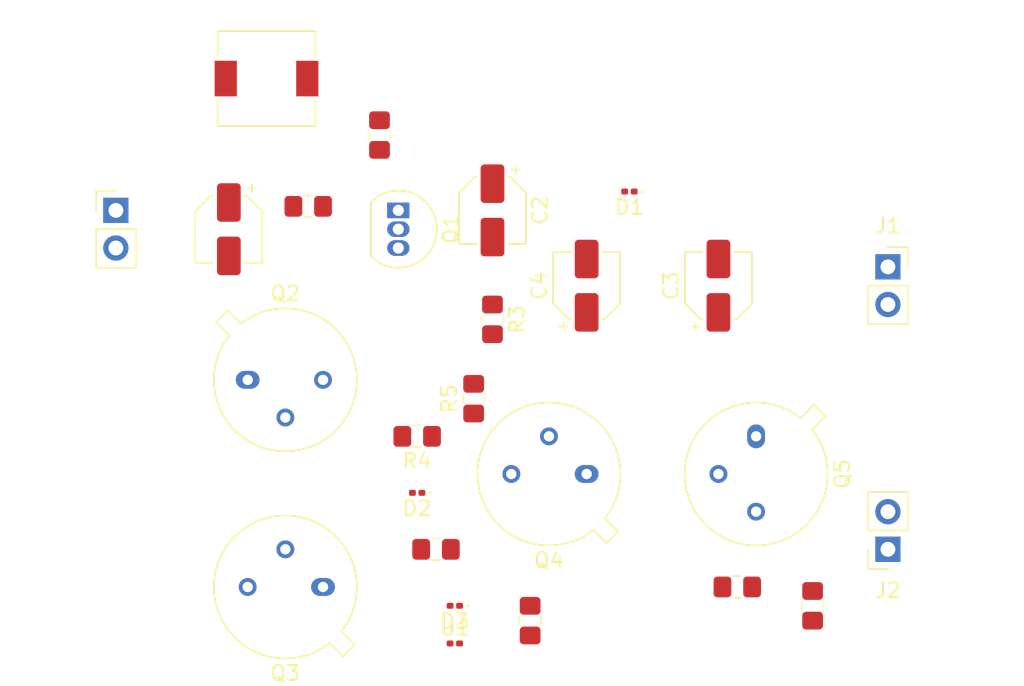
<source format=kicad_pcb>
(kicad_pcb (version 20171130) (host pcbnew 5.1.10-88a1d61d58~88~ubuntu20.04.1)

  (general
    (thickness 1.6)
    (drawings 0)
    (tracks 0)
    (zones 0)
    (modules 26)
    (nets 16)
  )

  (page A4)
  (layers
    (0 F.Cu signal)
    (1 In1.Cu power)
    (2 In2.Cu power)
    (31 B.Cu signal)
    (32 B.Adhes user)
    (33 F.Adhes user)
    (34 B.Paste user)
    (35 F.Paste user)
    (36 B.SilkS user)
    (37 F.SilkS user)
    (38 B.Mask user)
    (39 F.Mask user)
    (40 Dwgs.User user)
    (41 Cmts.User user)
    (42 Eco1.User user)
    (43 Eco2.User user)
    (44 Edge.Cuts user)
    (45 Margin user)
    (46 B.CrtYd user)
    (47 F.CrtYd user)
    (48 B.Fab user)
    (49 F.Fab user)
  )

  (setup
    (last_trace_width 0.25)
    (trace_clearance 0.2)
    (zone_clearance 0.508)
    (zone_45_only no)
    (trace_min 0.2)
    (via_size 0.8)
    (via_drill 0.4)
    (via_min_size 0.4)
    (via_min_drill 0.3)
    (uvia_size 0.3)
    (uvia_drill 0.1)
    (uvias_allowed no)
    (uvia_min_size 0.2)
    (uvia_min_drill 0.1)
    (edge_width 0.05)
    (segment_width 0.2)
    (pcb_text_width 0.3)
    (pcb_text_size 1.5 1.5)
    (mod_edge_width 0.12)
    (mod_text_size 1 1)
    (mod_text_width 0.15)
    (pad_size 1.524 1.524)
    (pad_drill 0.762)
    (pad_to_mask_clearance 0)
    (aux_axis_origin 0 0)
    (visible_elements FFFFFF7F)
    (pcbplotparams
      (layerselection 0x010fc_ffffffff)
      (usegerberextensions false)
      (usegerberattributes true)
      (usegerberadvancedattributes true)
      (creategerberjobfile true)
      (excludeedgelayer true)
      (linewidth 0.100000)
      (plotframeref false)
      (viasonmask false)
      (mode 1)
      (useauxorigin false)
      (hpglpennumber 1)
      (hpglpenspeed 20)
      (hpglpendiameter 15.000000)
      (psnegative false)
      (psa4output false)
      (plotreference true)
      (plotvalue true)
      (plotinvisibletext false)
      (padsonsilk false)
      (subtractmaskfromsilk false)
      (outputformat 1)
      (mirror false)
      (drillshape 1)
      (scaleselection 1)
      (outputdirectory ""))
  )

  (net 0 "")
  (net 1 "Net-(C2-Pad2)")
  (net 2 "Net-(C2-Pad1)")
  (net 3 "Net-(C3-Pad1)")
  (net 4 "Net-(D1-Pad2)")
  (net 5 "Net-(D2-Pad2)")
  (net 6 "Net-(D3-Pad2)")
  (net 7 "Net-(Q1-Pad3)")
  (net 8 "Net-(Q1-Pad1)")
  (net 9 "Net-(Q3-Pad1)")
  (net 10 "Net-(Q4-Pad1)")
  (net 11 "Net-(Q4-Pad2)")
  (net 12 "Net-(R8-Pad1)")
  (net 13 "Net-(J2-Pad2)")
  (net 14 "Net-(C1-Pad1)")
  (net 15 GND)

  (net_class Default "This is the default net class."
    (clearance 0.2)
    (trace_width 0.25)
    (via_dia 0.8)
    (via_drill 0.4)
    (uvia_dia 0.3)
    (uvia_drill 0.1)
    (add_net GND)
    (add_net "Net-(C1-Pad1)")
    (add_net "Net-(C2-Pad1)")
    (add_net "Net-(C2-Pad2)")
    (add_net "Net-(C3-Pad1)")
    (add_net "Net-(D1-Pad2)")
    (add_net "Net-(D2-Pad2)")
    (add_net "Net-(D3-Pad2)")
    (add_net "Net-(J2-Pad2)")
    (add_net "Net-(Q1-Pad1)")
    (add_net "Net-(Q1-Pad3)")
    (add_net "Net-(Q3-Pad1)")
    (add_net "Net-(Q4-Pad1)")
    (add_net "Net-(Q4-Pad2)")
    (add_net "Net-(R8-Pad1)")
  )

  (module Capacitor_SMD:CP_Elec_4x3 (layer F.Cu) (tedit 5BCA39CF) (tstamp 60B9A3AB)
    (at 139.7 90.17 270)
    (descr "SMD capacitor, aluminum electrolytic, Nichicon, 4.0x3mm")
    (tags "capacitor electrolytic")
    (path /60B44B8D)
    (attr smd)
    (fp_text reference C1 (at 0 -3.2 90) (layer F.Fab)
      (effects (font (size 1 1) (thickness 0.15)))
    )
    (fp_text value 10p (at 0 3.2 90) (layer F.Fab)
      (effects (font (size 1 1) (thickness 0.15)))
    )
    (fp_text user %R (at 0 0 90) (layer F.Fab)
      (effects (font (size 0.8 0.8) (thickness 0.12)))
    )
    (fp_circle (center 0 0) (end 2 0) (layer F.Fab) (width 0.1))
    (fp_line (start 2.15 -2.15) (end 2.15 2.15) (layer F.Fab) (width 0.1))
    (fp_line (start -1.15 -2.15) (end 2.15 -2.15) (layer F.Fab) (width 0.1))
    (fp_line (start -1.15 2.15) (end 2.15 2.15) (layer F.Fab) (width 0.1))
    (fp_line (start -2.15 -1.15) (end -2.15 1.15) (layer F.Fab) (width 0.1))
    (fp_line (start -2.15 -1.15) (end -1.15 -2.15) (layer F.Fab) (width 0.1))
    (fp_line (start -2.15 1.15) (end -1.15 2.15) (layer F.Fab) (width 0.1))
    (fp_line (start -1.574773 -1) (end -1.174773 -1) (layer F.Fab) (width 0.1))
    (fp_line (start -1.374773 -1.2) (end -1.374773 -0.8) (layer F.Fab) (width 0.1))
    (fp_line (start 2.26 2.26) (end 2.26 1.06) (layer F.SilkS) (width 0.12))
    (fp_line (start 2.26 -2.26) (end 2.26 -1.06) (layer F.SilkS) (width 0.12))
    (fp_line (start -1.195563 -2.26) (end 2.26 -2.26) (layer F.SilkS) (width 0.12))
    (fp_line (start -1.195563 2.26) (end 2.26 2.26) (layer F.SilkS) (width 0.12))
    (fp_line (start -2.26 1.195563) (end -2.26 1.06) (layer F.SilkS) (width 0.12))
    (fp_line (start -2.26 -1.195563) (end -2.26 -1.06) (layer F.SilkS) (width 0.12))
    (fp_line (start -2.26 -1.195563) (end -1.195563 -2.26) (layer F.SilkS) (width 0.12))
    (fp_line (start -2.26 1.195563) (end -1.195563 2.26) (layer F.SilkS) (width 0.12))
    (fp_line (start -3 -1.56) (end -2.5 -1.56) (layer F.SilkS) (width 0.12))
    (fp_line (start -2.75 -1.81) (end -2.75 -1.31) (layer F.SilkS) (width 0.12))
    (fp_line (start 2.4 -2.4) (end 2.4 -1.05) (layer F.CrtYd) (width 0.05))
    (fp_line (start 2.4 -1.05) (end 3.35 -1.05) (layer F.CrtYd) (width 0.05))
    (fp_line (start 3.35 -1.05) (end 3.35 1.05) (layer F.CrtYd) (width 0.05))
    (fp_line (start 3.35 1.05) (end 2.4 1.05) (layer F.CrtYd) (width 0.05))
    (fp_line (start 2.4 1.05) (end 2.4 2.4) (layer F.CrtYd) (width 0.05))
    (fp_line (start -1.25 2.4) (end 2.4 2.4) (layer F.CrtYd) (width 0.05))
    (fp_line (start -1.25 -2.4) (end 2.4 -2.4) (layer F.CrtYd) (width 0.05))
    (fp_line (start -2.4 1.25) (end -1.25 2.4) (layer F.CrtYd) (width 0.05))
    (fp_line (start -2.4 -1.25) (end -1.25 -2.4) (layer F.CrtYd) (width 0.05))
    (fp_line (start -2.4 -1.25) (end -2.4 -1.05) (layer F.CrtYd) (width 0.05))
    (fp_line (start -2.4 1.05) (end -2.4 1.25) (layer F.CrtYd) (width 0.05))
    (fp_line (start -2.4 -1.05) (end -3.35 -1.05) (layer F.CrtYd) (width 0.05))
    (fp_line (start -3.35 -1.05) (end -3.35 1.05) (layer F.CrtYd) (width 0.05))
    (fp_line (start -3.35 1.05) (end -2.4 1.05) (layer F.CrtYd) (width 0.05))
    (pad 2 smd roundrect (at 1.8 0 270) (size 2.6 1.6) (layers F.Cu F.Paste F.Mask) (roundrect_rratio 0.15625)
      (net 15 GND))
    (pad 1 smd roundrect (at -1.8 0 270) (size 2.6 1.6) (layers F.Cu F.Paste F.Mask) (roundrect_rratio 0.15625)
      (net 14 "Net-(C1-Pad1)"))
    (model ${KISYS3DMOD}/Capacitor_SMD.3dshapes/CP_Elec_4x3.wrl
      (at (xyz 0 0 0))
      (scale (xyz 1 1 1))
      (rotate (xyz 0 0 0))
    )
  )

  (module Capacitor_SMD:CP_Elec_4x3 (layer F.Cu) (tedit 5BCA39CF) (tstamp 60B9A3D3)
    (at 157.48 88.9 270)
    (descr "SMD capacitor, aluminum electrolytic, Nichicon, 4.0x3mm")
    (tags "capacitor electrolytic")
    (path /60B4893E)
    (attr smd)
    (fp_text reference C2 (at 0 -3.2 90) (layer F.SilkS)
      (effects (font (size 1 1) (thickness 0.15)))
    )
    (fp_text value 0.1u (at 0 3.2 90) (layer F.Fab)
      (effects (font (size 1 1) (thickness 0.15)))
    )
    (fp_line (start -3.35 1.05) (end -2.4 1.05) (layer F.CrtYd) (width 0.05))
    (fp_line (start -3.35 -1.05) (end -3.35 1.05) (layer F.CrtYd) (width 0.05))
    (fp_line (start -2.4 -1.05) (end -3.35 -1.05) (layer F.CrtYd) (width 0.05))
    (fp_line (start -2.4 1.05) (end -2.4 1.25) (layer F.CrtYd) (width 0.05))
    (fp_line (start -2.4 -1.25) (end -2.4 -1.05) (layer F.CrtYd) (width 0.05))
    (fp_line (start -2.4 -1.25) (end -1.25 -2.4) (layer F.CrtYd) (width 0.05))
    (fp_line (start -2.4 1.25) (end -1.25 2.4) (layer F.CrtYd) (width 0.05))
    (fp_line (start -1.25 -2.4) (end 2.4 -2.4) (layer F.CrtYd) (width 0.05))
    (fp_line (start -1.25 2.4) (end 2.4 2.4) (layer F.CrtYd) (width 0.05))
    (fp_line (start 2.4 1.05) (end 2.4 2.4) (layer F.CrtYd) (width 0.05))
    (fp_line (start 3.35 1.05) (end 2.4 1.05) (layer F.CrtYd) (width 0.05))
    (fp_line (start 3.35 -1.05) (end 3.35 1.05) (layer F.CrtYd) (width 0.05))
    (fp_line (start 2.4 -1.05) (end 3.35 -1.05) (layer F.CrtYd) (width 0.05))
    (fp_line (start 2.4 -2.4) (end 2.4 -1.05) (layer F.CrtYd) (width 0.05))
    (fp_line (start -2.75 -1.81) (end -2.75 -1.31) (layer F.SilkS) (width 0.12))
    (fp_line (start -3 -1.56) (end -2.5 -1.56) (layer F.SilkS) (width 0.12))
    (fp_line (start -2.26 1.195563) (end -1.195563 2.26) (layer F.SilkS) (width 0.12))
    (fp_line (start -2.26 -1.195563) (end -1.195563 -2.26) (layer F.SilkS) (width 0.12))
    (fp_line (start -2.26 -1.195563) (end -2.26 -1.06) (layer F.SilkS) (width 0.12))
    (fp_line (start -2.26 1.195563) (end -2.26 1.06) (layer F.SilkS) (width 0.12))
    (fp_line (start -1.195563 2.26) (end 2.26 2.26) (layer F.SilkS) (width 0.12))
    (fp_line (start -1.195563 -2.26) (end 2.26 -2.26) (layer F.SilkS) (width 0.12))
    (fp_line (start 2.26 -2.26) (end 2.26 -1.06) (layer F.SilkS) (width 0.12))
    (fp_line (start 2.26 2.26) (end 2.26 1.06) (layer F.SilkS) (width 0.12))
    (fp_line (start -1.374773 -1.2) (end -1.374773 -0.8) (layer F.Fab) (width 0.1))
    (fp_line (start -1.574773 -1) (end -1.174773 -1) (layer F.Fab) (width 0.1))
    (fp_line (start -2.15 1.15) (end -1.15 2.15) (layer F.Fab) (width 0.1))
    (fp_line (start -2.15 -1.15) (end -1.15 -2.15) (layer F.Fab) (width 0.1))
    (fp_line (start -2.15 -1.15) (end -2.15 1.15) (layer F.Fab) (width 0.1))
    (fp_line (start -1.15 2.15) (end 2.15 2.15) (layer F.Fab) (width 0.1))
    (fp_line (start -1.15 -2.15) (end 2.15 -2.15) (layer F.Fab) (width 0.1))
    (fp_line (start 2.15 -2.15) (end 2.15 2.15) (layer F.Fab) (width 0.1))
    (fp_circle (center 0 0) (end 2 0) (layer F.Fab) (width 0.1))
    (fp_text user %R (at 0 0 90) (layer F.Fab)
      (effects (font (size 0.8 0.8) (thickness 0.12)))
    )
    (pad 1 smd roundrect (at -1.8 0 270) (size 2.6 1.6) (layers F.Cu F.Paste F.Mask) (roundrect_rratio 0.15625)
      (net 2 "Net-(C2-Pad1)"))
    (pad 2 smd roundrect (at 1.8 0 270) (size 2.6 1.6) (layers F.Cu F.Paste F.Mask) (roundrect_rratio 0.15625)
      (net 1 "Net-(C2-Pad2)"))
    (model ${KISYS3DMOD}/Capacitor_SMD.3dshapes/CP_Elec_4x3.wrl
      (at (xyz 0 0 0))
      (scale (xyz 1 1 1))
      (rotate (xyz 0 0 0))
    )
  )

  (module Capacitor_SMD:CP_Elec_4x3 (layer F.Cu) (tedit 5BCA39CF) (tstamp 60B9A3FB)
    (at 172.72 93.98 90)
    (descr "SMD capacitor, aluminum electrolytic, Nichicon, 4.0x3mm")
    (tags "capacitor electrolytic")
    (path /60B5821A)
    (attr smd)
    (fp_text reference C3 (at 0 -3.2 90) (layer F.SilkS)
      (effects (font (size 1 1) (thickness 0.15)))
    )
    (fp_text value 10u (at 0 3.2 90) (layer F.Fab)
      (effects (font (size 1 1) (thickness 0.15)))
    )
    (fp_text user %R (at 0 0 90) (layer F.Fab)
      (effects (font (size 0.8 0.8) (thickness 0.12)))
    )
    (fp_circle (center 0 0) (end 2 0) (layer F.Fab) (width 0.1))
    (fp_line (start 2.15 -2.15) (end 2.15 2.15) (layer F.Fab) (width 0.1))
    (fp_line (start -1.15 -2.15) (end 2.15 -2.15) (layer F.Fab) (width 0.1))
    (fp_line (start -1.15 2.15) (end 2.15 2.15) (layer F.Fab) (width 0.1))
    (fp_line (start -2.15 -1.15) (end -2.15 1.15) (layer F.Fab) (width 0.1))
    (fp_line (start -2.15 -1.15) (end -1.15 -2.15) (layer F.Fab) (width 0.1))
    (fp_line (start -2.15 1.15) (end -1.15 2.15) (layer F.Fab) (width 0.1))
    (fp_line (start -1.574773 -1) (end -1.174773 -1) (layer F.Fab) (width 0.1))
    (fp_line (start -1.374773 -1.2) (end -1.374773 -0.8) (layer F.Fab) (width 0.1))
    (fp_line (start 2.26 2.26) (end 2.26 1.06) (layer F.SilkS) (width 0.12))
    (fp_line (start 2.26 -2.26) (end 2.26 -1.06) (layer F.SilkS) (width 0.12))
    (fp_line (start -1.195563 -2.26) (end 2.26 -2.26) (layer F.SilkS) (width 0.12))
    (fp_line (start -1.195563 2.26) (end 2.26 2.26) (layer F.SilkS) (width 0.12))
    (fp_line (start -2.26 1.195563) (end -2.26 1.06) (layer F.SilkS) (width 0.12))
    (fp_line (start -2.26 -1.195563) (end -2.26 -1.06) (layer F.SilkS) (width 0.12))
    (fp_line (start -2.26 -1.195563) (end -1.195563 -2.26) (layer F.SilkS) (width 0.12))
    (fp_line (start -2.26 1.195563) (end -1.195563 2.26) (layer F.SilkS) (width 0.12))
    (fp_line (start -3 -1.56) (end -2.5 -1.56) (layer F.SilkS) (width 0.12))
    (fp_line (start -2.75 -1.81) (end -2.75 -1.31) (layer F.SilkS) (width 0.12))
    (fp_line (start 2.4 -2.4) (end 2.4 -1.05) (layer F.CrtYd) (width 0.05))
    (fp_line (start 2.4 -1.05) (end 3.35 -1.05) (layer F.CrtYd) (width 0.05))
    (fp_line (start 3.35 -1.05) (end 3.35 1.05) (layer F.CrtYd) (width 0.05))
    (fp_line (start 3.35 1.05) (end 2.4 1.05) (layer F.CrtYd) (width 0.05))
    (fp_line (start 2.4 1.05) (end 2.4 2.4) (layer F.CrtYd) (width 0.05))
    (fp_line (start -1.25 2.4) (end 2.4 2.4) (layer F.CrtYd) (width 0.05))
    (fp_line (start -1.25 -2.4) (end 2.4 -2.4) (layer F.CrtYd) (width 0.05))
    (fp_line (start -2.4 1.25) (end -1.25 2.4) (layer F.CrtYd) (width 0.05))
    (fp_line (start -2.4 -1.25) (end -1.25 -2.4) (layer F.CrtYd) (width 0.05))
    (fp_line (start -2.4 -1.25) (end -2.4 -1.05) (layer F.CrtYd) (width 0.05))
    (fp_line (start -2.4 1.05) (end -2.4 1.25) (layer F.CrtYd) (width 0.05))
    (fp_line (start -2.4 -1.05) (end -3.35 -1.05) (layer F.CrtYd) (width 0.05))
    (fp_line (start -3.35 -1.05) (end -3.35 1.05) (layer F.CrtYd) (width 0.05))
    (fp_line (start -3.35 1.05) (end -2.4 1.05) (layer F.CrtYd) (width 0.05))
    (pad 2 smd roundrect (at 1.8 0 90) (size 2.6 1.6) (layers F.Cu F.Paste F.Mask) (roundrect_rratio 0.15625)
      (net 15 GND))
    (pad 1 smd roundrect (at -1.8 0 90) (size 2.6 1.6) (layers F.Cu F.Paste F.Mask) (roundrect_rratio 0.15625)
      (net 3 "Net-(C3-Pad1)"))
    (model ${KISYS3DMOD}/Capacitor_SMD.3dshapes/CP_Elec_4x3.wrl
      (at (xyz 0 0 0))
      (scale (xyz 1 1 1))
      (rotate (xyz 0 0 0))
    )
  )

  (module Capacitor_SMD:CP_Elec_4x3 (layer F.Cu) (tedit 5BCA39CF) (tstamp 60B9A423)
    (at 163.83 93.98 90)
    (descr "SMD capacitor, aluminum electrolytic, Nichicon, 4.0x3mm")
    (tags "capacitor electrolytic")
    (path /60B61EBC)
    (attr smd)
    (fp_text reference C4 (at 0 -3.2 90) (layer F.SilkS)
      (effects (font (size 1 1) (thickness 0.15)))
    )
    (fp_text value 100u (at 0 3.2 90) (layer F.Fab)
      (effects (font (size 1 1) (thickness 0.15)))
    )
    (fp_line (start -3.35 1.05) (end -2.4 1.05) (layer F.CrtYd) (width 0.05))
    (fp_line (start -3.35 -1.05) (end -3.35 1.05) (layer F.CrtYd) (width 0.05))
    (fp_line (start -2.4 -1.05) (end -3.35 -1.05) (layer F.CrtYd) (width 0.05))
    (fp_line (start -2.4 1.05) (end -2.4 1.25) (layer F.CrtYd) (width 0.05))
    (fp_line (start -2.4 -1.25) (end -2.4 -1.05) (layer F.CrtYd) (width 0.05))
    (fp_line (start -2.4 -1.25) (end -1.25 -2.4) (layer F.CrtYd) (width 0.05))
    (fp_line (start -2.4 1.25) (end -1.25 2.4) (layer F.CrtYd) (width 0.05))
    (fp_line (start -1.25 -2.4) (end 2.4 -2.4) (layer F.CrtYd) (width 0.05))
    (fp_line (start -1.25 2.4) (end 2.4 2.4) (layer F.CrtYd) (width 0.05))
    (fp_line (start 2.4 1.05) (end 2.4 2.4) (layer F.CrtYd) (width 0.05))
    (fp_line (start 3.35 1.05) (end 2.4 1.05) (layer F.CrtYd) (width 0.05))
    (fp_line (start 3.35 -1.05) (end 3.35 1.05) (layer F.CrtYd) (width 0.05))
    (fp_line (start 2.4 -1.05) (end 3.35 -1.05) (layer F.CrtYd) (width 0.05))
    (fp_line (start 2.4 -2.4) (end 2.4 -1.05) (layer F.CrtYd) (width 0.05))
    (fp_line (start -2.75 -1.81) (end -2.75 -1.31) (layer F.SilkS) (width 0.12))
    (fp_line (start -3 -1.56) (end -2.5 -1.56) (layer F.SilkS) (width 0.12))
    (fp_line (start -2.26 1.195563) (end -1.195563 2.26) (layer F.SilkS) (width 0.12))
    (fp_line (start -2.26 -1.195563) (end -1.195563 -2.26) (layer F.SilkS) (width 0.12))
    (fp_line (start -2.26 -1.195563) (end -2.26 -1.06) (layer F.SilkS) (width 0.12))
    (fp_line (start -2.26 1.195563) (end -2.26 1.06) (layer F.SilkS) (width 0.12))
    (fp_line (start -1.195563 2.26) (end 2.26 2.26) (layer F.SilkS) (width 0.12))
    (fp_line (start -1.195563 -2.26) (end 2.26 -2.26) (layer F.SilkS) (width 0.12))
    (fp_line (start 2.26 -2.26) (end 2.26 -1.06) (layer F.SilkS) (width 0.12))
    (fp_line (start 2.26 2.26) (end 2.26 1.06) (layer F.SilkS) (width 0.12))
    (fp_line (start -1.374773 -1.2) (end -1.374773 -0.8) (layer F.Fab) (width 0.1))
    (fp_line (start -1.574773 -1) (end -1.174773 -1) (layer F.Fab) (width 0.1))
    (fp_line (start -2.15 1.15) (end -1.15 2.15) (layer F.Fab) (width 0.1))
    (fp_line (start -2.15 -1.15) (end -1.15 -2.15) (layer F.Fab) (width 0.1))
    (fp_line (start -2.15 -1.15) (end -2.15 1.15) (layer F.Fab) (width 0.1))
    (fp_line (start -1.15 2.15) (end 2.15 2.15) (layer F.Fab) (width 0.1))
    (fp_line (start -1.15 -2.15) (end 2.15 -2.15) (layer F.Fab) (width 0.1))
    (fp_line (start 2.15 -2.15) (end 2.15 2.15) (layer F.Fab) (width 0.1))
    (fp_circle (center 0 0) (end 2 0) (layer F.Fab) (width 0.1))
    (fp_text user %R (at 0 0 90) (layer F.Fab)
      (effects (font (size 0.8 0.8) (thickness 0.12)))
    )
    (pad 1 smd roundrect (at -1.8 0 90) (size 2.6 1.6) (layers F.Cu F.Paste F.Mask) (roundrect_rratio 0.15625)
      (net 3 "Net-(C3-Pad1)"))
    (pad 2 smd roundrect (at 1.8 0 90) (size 2.6 1.6) (layers F.Cu F.Paste F.Mask) (roundrect_rratio 0.15625)
      (net 15 GND))
    (model ${KISYS3DMOD}/Capacitor_SMD.3dshapes/CP_Elec_4x3.wrl
      (at (xyz 0 0 0))
      (scale (xyz 1 1 1))
      (rotate (xyz 0 0 0))
    )
  )

  (module Diode_SMD:D_0201_0603Metric (layer F.Cu) (tedit 5F68FEF0) (tstamp 60B9A437)
    (at 166.715 87.63 180)
    (descr "Diode SMD 0201 (0603 Metric), square (rectangular) end terminal, IPC_7351 nominal, (Body size source: https://www.vishay.com/docs/20052/crcw0201e3.pdf), generated with kicad-footprint-generator")
    (tags diode)
    (path /60B517B4)
    (attr smd)
    (fp_text reference D1 (at 0 -1.05) (layer F.SilkS)
      (effects (font (size 1 1) (thickness 0.15)))
    )
    (fp_text value 1N5817 (at 0 1.05) (layer F.Fab)
      (effects (font (size 1 1) (thickness 0.15)))
    )
    (fp_line (start 0.7 0.35) (end -0.7 0.35) (layer F.CrtYd) (width 0.05))
    (fp_line (start 0.7 -0.35) (end 0.7 0.35) (layer F.CrtYd) (width 0.05))
    (fp_line (start -0.7 -0.35) (end 0.7 -0.35) (layer F.CrtYd) (width 0.05))
    (fp_line (start -0.7 0.35) (end -0.7 -0.35) (layer F.CrtYd) (width 0.05))
    (fp_line (start -0.1 0.15) (end -0.1 -0.15) (layer F.Fab) (width 0.1))
    (fp_line (start -0.2 0.15) (end -0.2 -0.15) (layer F.Fab) (width 0.1))
    (fp_line (start 0.3 0.15) (end -0.3 0.15) (layer F.Fab) (width 0.1))
    (fp_line (start 0.3 -0.15) (end 0.3 0.15) (layer F.Fab) (width 0.1))
    (fp_line (start -0.3 -0.15) (end 0.3 -0.15) (layer F.Fab) (width 0.1))
    (fp_line (start -0.3 0.15) (end -0.3 -0.15) (layer F.Fab) (width 0.1))
    (fp_circle (center -0.86 0) (end -0.81 0) (layer F.SilkS) (width 0.1))
    (fp_text user %R (at 0 -0.68) (layer F.Fab)
      (effects (font (size 0.25 0.25) (thickness 0.04)))
    )
    (pad "" smd roundrect (at -0.345 0 180) (size 0.318 0.36) (layers F.Paste) (roundrect_rratio 0.25))
    (pad "" smd roundrect (at 0.345 0 180) (size 0.318 0.36) (layers F.Paste) (roundrect_rratio 0.25))
    (pad 1 smd roundrect (at -0.32 0 180) (size 0.46 0.4) (layers F.Cu F.Mask) (roundrect_rratio 0.25)
      (net 3 "Net-(C3-Pad1)"))
    (pad 2 smd roundrect (at 0.32 0 180) (size 0.46 0.4) (layers F.Cu F.Mask) (roundrect_rratio 0.25)
      (net 4 "Net-(D1-Pad2)"))
    (model ${KISYS3DMOD}/Diode_SMD.3dshapes/D_0201_0603Metric.wrl
      (at (xyz 0 0 0))
      (scale (xyz 1 1 1))
      (rotate (xyz 0 0 0))
    )
  )

  (module Diode_SMD:D_0201_0603Metric (layer F.Cu) (tedit 5F68FEF0) (tstamp 60B9A44B)
    (at 152.4 107.95 180)
    (descr "Diode SMD 0201 (0603 Metric), square (rectangular) end terminal, IPC_7351 nominal, (Body size source: https://www.vishay.com/docs/20052/crcw0201e3.pdf), generated with kicad-footprint-generator")
    (tags diode)
    (path /60B556C1)
    (attr smd)
    (fp_text reference D2 (at 0 -1.05) (layer F.SilkS)
      (effects (font (size 1 1) (thickness 0.15)))
    )
    (fp_text value 1N5817 (at 0 1.05) (layer F.Fab)
      (effects (font (size 1 1) (thickness 0.15)))
    )
    (fp_text user %R (at 0 -0.68) (layer F.Fab)
      (effects (font (size 0.25 0.25) (thickness 0.04)))
    )
    (fp_circle (center -0.86 0) (end -0.81 0) (layer F.SilkS) (width 0.1))
    (fp_line (start -0.3 0.15) (end -0.3 -0.15) (layer F.Fab) (width 0.1))
    (fp_line (start -0.3 -0.15) (end 0.3 -0.15) (layer F.Fab) (width 0.1))
    (fp_line (start 0.3 -0.15) (end 0.3 0.15) (layer F.Fab) (width 0.1))
    (fp_line (start 0.3 0.15) (end -0.3 0.15) (layer F.Fab) (width 0.1))
    (fp_line (start -0.2 0.15) (end -0.2 -0.15) (layer F.Fab) (width 0.1))
    (fp_line (start -0.1 0.15) (end -0.1 -0.15) (layer F.Fab) (width 0.1))
    (fp_line (start -0.7 0.35) (end -0.7 -0.35) (layer F.CrtYd) (width 0.05))
    (fp_line (start -0.7 -0.35) (end 0.7 -0.35) (layer F.CrtYd) (width 0.05))
    (fp_line (start 0.7 -0.35) (end 0.7 0.35) (layer F.CrtYd) (width 0.05))
    (fp_line (start 0.7 0.35) (end -0.7 0.35) (layer F.CrtYd) (width 0.05))
    (pad 2 smd roundrect (at 0.32 0 180) (size 0.46 0.4) (layers F.Cu F.Mask) (roundrect_rratio 0.25)
      (net 5 "Net-(D2-Pad2)"))
    (pad 1 smd roundrect (at -0.32 0 180) (size 0.46 0.4) (layers F.Cu F.Mask) (roundrect_rratio 0.25)
      (net 3 "Net-(C3-Pad1)"))
    (pad "" smd roundrect (at 0.345 0 180) (size 0.318 0.36) (layers F.Paste) (roundrect_rratio 0.25))
    (pad "" smd roundrect (at -0.345 0 180) (size 0.318 0.36) (layers F.Paste) (roundrect_rratio 0.25))
    (model ${KISYS3DMOD}/Diode_SMD.3dshapes/D_0201_0603Metric.wrl
      (at (xyz 0 0 0))
      (scale (xyz 1 1 1))
      (rotate (xyz 0 0 0))
    )
  )

  (module Diode_SMD:D_0201_0603Metric (layer F.Cu) (tedit 5F68FEF0) (tstamp 60B9A45F)
    (at 154.94 115.57 180)
    (descr "Diode SMD 0201 (0603 Metric), square (rectangular) end terminal, IPC_7351 nominal, (Body size source: https://www.vishay.com/docs/20052/crcw0201e3.pdf), generated with kicad-footprint-generator")
    (tags diode)
    (path /60B79130)
    (attr smd)
    (fp_text reference D3 (at 0 -1.05) (layer F.SilkS)
      (effects (font (size 1 1) (thickness 0.15)))
    )
    (fp_text value 1N5817 (at 0 1.05) (layer F.Fab)
      (effects (font (size 1 1) (thickness 0.15)))
    )
    (fp_line (start 0.7 0.35) (end -0.7 0.35) (layer F.CrtYd) (width 0.05))
    (fp_line (start 0.7 -0.35) (end 0.7 0.35) (layer F.CrtYd) (width 0.05))
    (fp_line (start -0.7 -0.35) (end 0.7 -0.35) (layer F.CrtYd) (width 0.05))
    (fp_line (start -0.7 0.35) (end -0.7 -0.35) (layer F.CrtYd) (width 0.05))
    (fp_line (start -0.1 0.15) (end -0.1 -0.15) (layer F.Fab) (width 0.1))
    (fp_line (start -0.2 0.15) (end -0.2 -0.15) (layer F.Fab) (width 0.1))
    (fp_line (start 0.3 0.15) (end -0.3 0.15) (layer F.Fab) (width 0.1))
    (fp_line (start 0.3 -0.15) (end 0.3 0.15) (layer F.Fab) (width 0.1))
    (fp_line (start -0.3 -0.15) (end 0.3 -0.15) (layer F.Fab) (width 0.1))
    (fp_line (start -0.3 0.15) (end -0.3 -0.15) (layer F.Fab) (width 0.1))
    (fp_circle (center -0.86 0) (end -0.81 0) (layer F.SilkS) (width 0.1))
    (fp_text user %R (at 0 -0.68) (layer F.Fab)
      (effects (font (size 0.25 0.25) (thickness 0.04)))
    )
    (pad "" smd roundrect (at -0.345 0 180) (size 0.318 0.36) (layers F.Paste) (roundrect_rratio 0.25))
    (pad "" smd roundrect (at 0.345 0 180) (size 0.318 0.36) (layers F.Paste) (roundrect_rratio 0.25))
    (pad 1 smd roundrect (at -0.32 0 180) (size 0.46 0.4) (layers F.Cu F.Mask) (roundrect_rratio 0.25)
      (net 15 GND))
    (pad 2 smd roundrect (at 0.32 0 180) (size 0.46 0.4) (layers F.Cu F.Mask) (roundrect_rratio 0.25)
      (net 6 "Net-(D3-Pad2)"))
    (model ${KISYS3DMOD}/Diode_SMD.3dshapes/D_0201_0603Metric.wrl
      (at (xyz 0 0 0))
      (scale (xyz 1 1 1))
      (rotate (xyz 0 0 0))
    )
  )

  (module Connector_PinSocket_2.54mm:PinSocket_1x02_P2.54mm_Vertical (layer F.Cu) (tedit 5A19A420) (tstamp 60B9A475)
    (at 184.15 92.71)
    (descr "Through hole straight socket strip, 1x02, 2.54mm pitch, single row (from Kicad 4.0.7), script generated")
    (tags "Through hole socket strip THT 1x02 2.54mm single row")
    (path /60B89412)
    (fp_text reference J1 (at 0 -2.77) (layer F.SilkS)
      (effects (font (size 1 1) (thickness 0.15)))
    )
    (fp_text value Motor_voltage_input (at 0 5.31) (layer F.Fab)
      (effects (font (size 1 1) (thickness 0.15)))
    )
    (fp_line (start -1.8 4.3) (end -1.8 -1.8) (layer F.CrtYd) (width 0.05))
    (fp_line (start 1.75 4.3) (end -1.8 4.3) (layer F.CrtYd) (width 0.05))
    (fp_line (start 1.75 -1.8) (end 1.75 4.3) (layer F.CrtYd) (width 0.05))
    (fp_line (start -1.8 -1.8) (end 1.75 -1.8) (layer F.CrtYd) (width 0.05))
    (fp_line (start 0 -1.33) (end 1.33 -1.33) (layer F.SilkS) (width 0.12))
    (fp_line (start 1.33 -1.33) (end 1.33 0) (layer F.SilkS) (width 0.12))
    (fp_line (start 1.33 1.27) (end 1.33 3.87) (layer F.SilkS) (width 0.12))
    (fp_line (start -1.33 3.87) (end 1.33 3.87) (layer F.SilkS) (width 0.12))
    (fp_line (start -1.33 1.27) (end -1.33 3.87) (layer F.SilkS) (width 0.12))
    (fp_line (start -1.33 1.27) (end 1.33 1.27) (layer F.SilkS) (width 0.12))
    (fp_line (start -1.27 3.81) (end -1.27 -1.27) (layer F.Fab) (width 0.1))
    (fp_line (start 1.27 3.81) (end -1.27 3.81) (layer F.Fab) (width 0.1))
    (fp_line (start 1.27 -0.635) (end 1.27 3.81) (layer F.Fab) (width 0.1))
    (fp_line (start 0.635 -1.27) (end 1.27 -0.635) (layer F.Fab) (width 0.1))
    (fp_line (start -1.27 -1.27) (end 0.635 -1.27) (layer F.Fab) (width 0.1))
    (fp_text user %R (at 0 1.27 90) (layer F.Fab)
      (effects (font (size 1 1) (thickness 0.15)))
    )
    (pad 1 thru_hole rect (at 0 0) (size 1.7 1.7) (drill 1) (layers *.Cu *.Mask)
      (net 15 GND))
    (pad 2 thru_hole oval (at 0 2.54) (size 1.7 1.7) (drill 1) (layers *.Cu *.Mask)
      (net 3 "Net-(C3-Pad1)"))
    (model ${KISYS3DMOD}/Connector_PinSocket_2.54mm.3dshapes/PinSocket_1x02_P2.54mm_Vertical.wrl
      (at (xyz 0 0 0))
      (scale (xyz 1 1 1))
      (rotate (xyz 0 0 0))
    )
  )

  (module Connector_PinSocket_2.54mm:PinSocket_1x02_P2.54mm_Vertical (layer F.Cu) (tedit 5A19A420) (tstamp 60B9A48B)
    (at 184.15 111.76 180)
    (descr "Through hole straight socket strip, 1x02, 2.54mm pitch, single row (from Kicad 4.0.7), script generated")
    (tags "Through hole socket strip THT 1x02 2.54mm single row")
    (path /60B8A3D0)
    (fp_text reference J2 (at 0 -2.77) (layer F.SilkS)
      (effects (font (size 1 1) (thickness 0.15)))
    )
    (fp_text value Controller_input_voltage (at 0 5.31) (layer F.Fab)
      (effects (font (size 1 1) (thickness 0.15)))
    )
    (fp_text user %R (at 0 1.27 90) (layer F.Fab)
      (effects (font (size 1 1) (thickness 0.15)))
    )
    (fp_line (start -1.27 -1.27) (end 0.635 -1.27) (layer F.Fab) (width 0.1))
    (fp_line (start 0.635 -1.27) (end 1.27 -0.635) (layer F.Fab) (width 0.1))
    (fp_line (start 1.27 -0.635) (end 1.27 3.81) (layer F.Fab) (width 0.1))
    (fp_line (start 1.27 3.81) (end -1.27 3.81) (layer F.Fab) (width 0.1))
    (fp_line (start -1.27 3.81) (end -1.27 -1.27) (layer F.Fab) (width 0.1))
    (fp_line (start -1.33 1.27) (end 1.33 1.27) (layer F.SilkS) (width 0.12))
    (fp_line (start -1.33 1.27) (end -1.33 3.87) (layer F.SilkS) (width 0.12))
    (fp_line (start -1.33 3.87) (end 1.33 3.87) (layer F.SilkS) (width 0.12))
    (fp_line (start 1.33 1.27) (end 1.33 3.87) (layer F.SilkS) (width 0.12))
    (fp_line (start 1.33 -1.33) (end 1.33 0) (layer F.SilkS) (width 0.12))
    (fp_line (start 0 -1.33) (end 1.33 -1.33) (layer F.SilkS) (width 0.12))
    (fp_line (start -1.8 -1.8) (end 1.75 -1.8) (layer F.CrtYd) (width 0.05))
    (fp_line (start 1.75 -1.8) (end 1.75 4.3) (layer F.CrtYd) (width 0.05))
    (fp_line (start 1.75 4.3) (end -1.8 4.3) (layer F.CrtYd) (width 0.05))
    (fp_line (start -1.8 4.3) (end -1.8 -1.8) (layer F.CrtYd) (width 0.05))
    (pad 2 thru_hole oval (at 0 2.54 180) (size 1.7 1.7) (drill 1) (layers *.Cu *.Mask)
      (net 13 "Net-(J2-Pad2)"))
    (pad 1 thru_hole rect (at 0 0 180) (size 1.7 1.7) (drill 1) (layers *.Cu *.Mask)
      (net 15 GND))
    (model ${KISYS3DMOD}/Connector_PinSocket_2.54mm.3dshapes/PinSocket_1x02_P2.54mm_Vertical.wrl
      (at (xyz 0 0 0))
      (scale (xyz 1 1 1))
      (rotate (xyz 0 0 0))
    )
  )

  (module Inductor_SMD:L_6.3x6.3_H3 (layer F.Cu) (tedit 5990349C) (tstamp 60B9A4A4)
    (at 142.24 80.01)
    (descr "Choke, SMD, 6.3x6.3mm 3mm height")
    (tags "Choke SMD")
    (path /60B4957E)
    (attr smd)
    (fp_text reference L1 (at 0 -4.45) (layer F.Fab)
      (effects (font (size 1 1) (thickness 0.15)))
    )
    (fp_text value 330u (at 0 4.45) (layer F.Fab)
      (effects (font (size 1 1) (thickness 0.15)))
    )
    (fp_line (start -3.15 3.15) (end 3.15 3.15) (layer F.Fab) (width 0.1))
    (fp_line (start -3.15 -3.15) (end 3.15 -3.15) (layer F.Fab) (width 0.1))
    (fp_line (start -3.15 -3.15) (end -3.15 -1.5) (layer F.Fab) (width 0.1))
    (fp_line (start -3.15 3.15) (end -3.15 1.5) (layer F.Fab) (width 0.1))
    (fp_line (start 3.15 -3.15) (end 3.15 -1.5) (layer F.Fab) (width 0.1))
    (fp_line (start 3.15 3.15) (end 3.15 1.5) (layer F.Fab) (width 0.1))
    (fp_line (start 3.75 -3.4) (end -3.75 -3.4) (layer F.CrtYd) (width 0.05))
    (fp_line (start 3.75 3.4) (end 3.75 -3.4) (layer F.CrtYd) (width 0.05))
    (fp_line (start -3.75 3.4) (end 3.75 3.4) (layer F.CrtYd) (width 0.05))
    (fp_line (start -3.75 -3.4) (end -3.75 3.4) (layer F.CrtYd) (width 0.05))
    (fp_line (start 3.3 -3.2) (end 3.3 -1.5) (layer F.SilkS) (width 0.12))
    (fp_line (start -3.3 -3.2) (end 3.3 -3.2) (layer F.SilkS) (width 0.12))
    (fp_line (start -3.3 -1.5) (end -3.3 -3.2) (layer F.SilkS) (width 0.12))
    (fp_line (start -3.3 3.2) (end -3.3 1.5) (layer F.SilkS) (width 0.12))
    (fp_line (start 3.3 3.2) (end -3.3 3.2) (layer F.SilkS) (width 0.12))
    (fp_line (start 3.3 1.5) (end 3.3 3.2) (layer F.SilkS) (width 0.12))
    (fp_text user %R (at 0 0) (layer F.Fab)
      (effects (font (size 1 1) (thickness 0.15)))
    )
    (fp_arc (start 0 0) (end -1.91 -1.91) (angle 90) (layer F.Fab) (width 0.1))
    (fp_arc (start 0 0) (end 1.91 1.91) (angle 90) (layer F.Fab) (width 0.1))
    (pad 1 smd rect (at -2.75 0) (size 1.5 2.4) (layers F.Cu F.Paste F.Mask)
      (net 14 "Net-(C1-Pad1)"))
    (pad 2 smd rect (at 2.75 0) (size 1.5 2.4) (layers F.Cu F.Paste F.Mask)
      (net 4 "Net-(D1-Pad2)"))
    (model ${KISYS3DMOD}/Inductor_SMD.3dshapes/L_6.3x6.3_H3.wrl
      (at (xyz 0 0 0))
      (scale (xyz 1 1 1))
      (rotate (xyz 0 0 0))
    )
  )

  (module Connector_PinHeader_2.54mm:PinHeader_1x02_P2.54mm_Vertical (layer F.Cu) (tedit 59FED5CC) (tstamp 60B9A4BA)
    (at 132.08 88.9)
    (descr "Through hole straight pin header, 1x02, 2.54mm pitch, single row")
    (tags "Through hole pin header THT 1x02 2.54mm single row")
    (path /60B9B06D)
    (fp_text reference power_supply_input1 (at 0 -2.33) (layer F.Fab)
      (effects (font (size 1 1) (thickness 0.15)))
    )
    (fp_text value 12V (at 0 4.87) (layer F.Fab)
      (effects (font (size 1 1) (thickness 0.15)))
    )
    (fp_line (start 1.8 -1.8) (end -1.8 -1.8) (layer F.CrtYd) (width 0.05))
    (fp_line (start 1.8 4.35) (end 1.8 -1.8) (layer F.CrtYd) (width 0.05))
    (fp_line (start -1.8 4.35) (end 1.8 4.35) (layer F.CrtYd) (width 0.05))
    (fp_line (start -1.8 -1.8) (end -1.8 4.35) (layer F.CrtYd) (width 0.05))
    (fp_line (start -1.33 -1.33) (end 0 -1.33) (layer F.SilkS) (width 0.12))
    (fp_line (start -1.33 0) (end -1.33 -1.33) (layer F.SilkS) (width 0.12))
    (fp_line (start -1.33 1.27) (end 1.33 1.27) (layer F.SilkS) (width 0.12))
    (fp_line (start 1.33 1.27) (end 1.33 3.87) (layer F.SilkS) (width 0.12))
    (fp_line (start -1.33 1.27) (end -1.33 3.87) (layer F.SilkS) (width 0.12))
    (fp_line (start -1.33 3.87) (end 1.33 3.87) (layer F.SilkS) (width 0.12))
    (fp_line (start -1.27 -0.635) (end -0.635 -1.27) (layer F.Fab) (width 0.1))
    (fp_line (start -1.27 3.81) (end -1.27 -0.635) (layer F.Fab) (width 0.1))
    (fp_line (start 1.27 3.81) (end -1.27 3.81) (layer F.Fab) (width 0.1))
    (fp_line (start 1.27 -1.27) (end 1.27 3.81) (layer F.Fab) (width 0.1))
    (fp_line (start -0.635 -1.27) (end 1.27 -1.27) (layer F.Fab) (width 0.1))
    (fp_text user %R (at 0 1.27 90) (layer F.Fab)
      (effects (font (size 1 1) (thickness 0.15)))
    )
    (pad 1 thru_hole rect (at 0 0) (size 1.7 1.7) (drill 1) (layers *.Cu *.Mask)
      (net 14 "Net-(C1-Pad1)"))
    (pad 2 thru_hole oval (at 0 2.54) (size 1.7 1.7) (drill 1) (layers *.Cu *.Mask)
      (net 15 GND))
    (model ${KISYS3DMOD}/Connector_PinHeader_2.54mm.3dshapes/PinHeader_1x02_P2.54mm_Vertical.wrl
      (at (xyz 0 0 0))
      (scale (xyz 1 1 1))
      (rotate (xyz 0 0 0))
    )
  )

  (module Package_TO_SOT_THT:TO-92_Inline (layer F.Cu) (tedit 5A1DD157) (tstamp 60B9A4CC)
    (at 151.13 88.9 270)
    (descr "TO-92 leads in-line, narrow, oval pads, drill 0.75mm (see NXP sot054_po.pdf)")
    (tags "to-92 sc-43 sc-43a sot54 PA33 transistor")
    (path /60B4807B)
    (fp_text reference Q1 (at 1.27 -3.56 90) (layer F.SilkS)
      (effects (font (size 1 1) (thickness 0.15)))
    )
    (fp_text value 2N3905 (at 1.27 2.79 90) (layer F.Fab)
      (effects (font (size 1 1) (thickness 0.15)))
    )
    (fp_line (start 4 2.01) (end -1.46 2.01) (layer F.CrtYd) (width 0.05))
    (fp_line (start 4 2.01) (end 4 -2.73) (layer F.CrtYd) (width 0.05))
    (fp_line (start -1.46 -2.73) (end -1.46 2.01) (layer F.CrtYd) (width 0.05))
    (fp_line (start -1.46 -2.73) (end 4 -2.73) (layer F.CrtYd) (width 0.05))
    (fp_line (start -0.5 1.75) (end 3 1.75) (layer F.Fab) (width 0.1))
    (fp_line (start -0.53 1.85) (end 3.07 1.85) (layer F.SilkS) (width 0.12))
    (fp_text user %R (at 1.27 0 90) (layer F.Fab)
      (effects (font (size 1 1) (thickness 0.15)))
    )
    (fp_arc (start 1.27 0) (end 1.27 -2.48) (angle 135) (layer F.Fab) (width 0.1))
    (fp_arc (start 1.27 0) (end 1.27 -2.6) (angle -135) (layer F.SilkS) (width 0.12))
    (fp_arc (start 1.27 0) (end 1.27 -2.48) (angle -135) (layer F.Fab) (width 0.1))
    (fp_arc (start 1.27 0) (end 1.27 -2.6) (angle 135) (layer F.SilkS) (width 0.12))
    (pad 2 thru_hole oval (at 1.27 0 270) (size 1.05 1.5) (drill 0.75) (layers *.Cu *.Mask)
      (net 1 "Net-(C2-Pad2)"))
    (pad 3 thru_hole oval (at 2.54 0 270) (size 1.05 1.5) (drill 0.75) (layers *.Cu *.Mask)
      (net 7 "Net-(Q1-Pad3)"))
    (pad 1 thru_hole rect (at 0 0 270) (size 1.05 1.5) (drill 0.75) (layers *.Cu *.Mask)
      (net 8 "Net-(Q1-Pad1)"))
    (model ${KISYS3DMOD}/Package_TO_SOT_THT.3dshapes/TO-92_Inline.wrl
      (at (xyz 0 0 0))
      (scale (xyz 1 1 1))
      (rotate (xyz 0 0 0))
    )
  )

  (module Package_TO_SOT_THT:TO-39-3 (layer F.Cu) (tedit 5A02FF81) (tstamp 60B9A4E1)
    (at 140.97 100.33)
    (descr TO-39-3)
    (tags TO-39-3)
    (path /60B4A6BB)
    (fp_text reference Q2 (at 2.54 -5.82) (layer F.SilkS)
      (effects (font (size 1 1) (thickness 0.15)))
    )
    (fp_text value 2N2219 (at 2.54 6.35) (layer F.Fab)
      (effects (font (size 1 1) (thickness 0.15)))
    )
    (fp_circle (center 2.54 0) (end 6.79 0) (layer F.Fab) (width 0.1))
    (fp_line (start 7.49 -4.95) (end -2.41 -4.95) (layer F.CrtYd) (width 0.05))
    (fp_line (start 7.49 4.95) (end 7.49 -4.95) (layer F.CrtYd) (width 0.05))
    (fp_line (start -2.41 4.95) (end 7.49 4.95) (layer F.CrtYd) (width 0.05))
    (fp_line (start -2.41 -4.95) (end -2.41 4.95) (layer F.CrtYd) (width 0.05))
    (fp_line (start -2.125856 -3.888039) (end -1.234902 -2.997084) (layer F.SilkS) (width 0.12))
    (fp_line (start -1.348039 -4.665856) (end -2.125856 -3.888039) (layer F.SilkS) (width 0.12))
    (fp_line (start -0.457084 -3.774902) (end -1.348039 -4.665856) (layer F.SilkS) (width 0.12))
    (fp_line (start -1.879621 -3.81151) (end -1.07352 -3.005408) (layer F.Fab) (width 0.1))
    (fp_line (start -1.27151 -4.419621) (end -1.879621 -3.81151) (layer F.Fab) (width 0.1))
    (fp_line (start -0.465408 -3.61352) (end -1.27151 -4.419621) (layer F.Fab) (width 0.1))
    (fp_text user %R (at 2.54 -5.82) (layer F.Fab)
      (effects (font (size 1 1) (thickness 0.15)))
    )
    (fp_arc (start 2.54 0) (end -0.465408 -3.61352) (angle 349.5) (layer F.Fab) (width 0.1))
    (fp_arc (start 2.54 0) (end -0.457084 -3.774902) (angle 346.9) (layer F.SilkS) (width 0.12))
    (pad 1 thru_hole oval (at 0 0) (size 1.6 1.2) (drill 0.7) (layers *.Cu *.Mask)
      (net 15 GND))
    (pad 2 thru_hole oval (at 2.54 2.54) (size 1.2 1.2) (drill 0.7) (layers *.Cu *.Mask)
      (net 5 "Net-(D2-Pad2)"))
    (pad 3 thru_hole oval (at 5.08 0) (size 1.2 1.2) (drill 0.7) (layers *.Cu *.Mask)
      (net 7 "Net-(Q1-Pad3)"))
    (model ${KISYS3DMOD}/Package_TO_SOT_THT.3dshapes/TO-39-3.wrl
      (at (xyz 0 0 0))
      (scale (xyz 1 1 1))
      (rotate (xyz 0 0 0))
    )
  )

  (module Package_TO_SOT_THT:TO-39-3 (layer F.Cu) (tedit 5A02FF81) (tstamp 60B9A4F6)
    (at 146.05 114.3 180)
    (descr TO-39-3)
    (tags TO-39-3)
    (path /60B506EB)
    (fp_text reference Q3 (at 2.54 -5.82) (layer F.SilkS)
      (effects (font (size 1 1) (thickness 0.15)))
    )
    (fp_text value 2N2219 (at 2.54 5.82) (layer F.Fab)
      (effects (font (size 1 1) (thickness 0.15)))
    )
    (fp_arc (start 2.54 0) (end -0.457084 -3.774902) (angle 346.9) (layer F.SilkS) (width 0.12))
    (fp_arc (start 2.54 0) (end -0.465408 -3.61352) (angle 349.5) (layer F.Fab) (width 0.1))
    (fp_text user %R (at 2.54 -5.82) (layer F.Fab)
      (effects (font (size 1 1) (thickness 0.15)))
    )
    (fp_line (start -0.465408 -3.61352) (end -1.27151 -4.419621) (layer F.Fab) (width 0.1))
    (fp_line (start -1.27151 -4.419621) (end -1.879621 -3.81151) (layer F.Fab) (width 0.1))
    (fp_line (start -1.879621 -3.81151) (end -1.07352 -3.005408) (layer F.Fab) (width 0.1))
    (fp_line (start -0.457084 -3.774902) (end -1.348039 -4.665856) (layer F.SilkS) (width 0.12))
    (fp_line (start -1.348039 -4.665856) (end -2.125856 -3.888039) (layer F.SilkS) (width 0.12))
    (fp_line (start -2.125856 -3.888039) (end -1.234902 -2.997084) (layer F.SilkS) (width 0.12))
    (fp_line (start -2.41 -4.95) (end -2.41 4.95) (layer F.CrtYd) (width 0.05))
    (fp_line (start -2.41 4.95) (end 7.49 4.95) (layer F.CrtYd) (width 0.05))
    (fp_line (start 7.49 4.95) (end 7.49 -4.95) (layer F.CrtYd) (width 0.05))
    (fp_line (start 7.49 -4.95) (end -2.41 -4.95) (layer F.CrtYd) (width 0.05))
    (fp_circle (center 2.54 0) (end 6.79 0) (layer F.Fab) (width 0.1))
    (pad 3 thru_hole oval (at 5.08 0 180) (size 1.2 1.2) (drill 0.7) (layers *.Cu *.Mask)
      (net 4 "Net-(D1-Pad2)"))
    (pad 2 thru_hole oval (at 2.54 2.54 180) (size 1.2 1.2) (drill 0.7) (layers *.Cu *.Mask)
      (net 7 "Net-(Q1-Pad3)"))
    (pad 1 thru_hole oval (at 0 0 180) (size 1.6 1.2) (drill 0.7) (layers *.Cu *.Mask)
      (net 9 "Net-(Q3-Pad1)"))
    (model ${KISYS3DMOD}/Package_TO_SOT_THT.3dshapes/TO-39-3.wrl
      (at (xyz 0 0 0))
      (scale (xyz 1 1 1))
      (rotate (xyz 0 0 0))
    )
  )

  (module Package_TO_SOT_THT:TO-39-3 (layer F.Cu) (tedit 5A02FF81) (tstamp 60B9A50B)
    (at 163.83 106.68 180)
    (descr TO-39-3)
    (tags TO-39-3)
    (path /60B832E9)
    (fp_text reference Q4 (at 2.54 -5.82) (layer F.SilkS)
      (effects (font (size 1 1) (thickness 0.15)))
    )
    (fp_text value 2N2219 (at 2.54 5.82) (layer F.Fab)
      (effects (font (size 1 1) (thickness 0.15)))
    )
    (fp_circle (center 2.54 0) (end 6.79 0) (layer F.Fab) (width 0.1))
    (fp_line (start 7.49 -4.95) (end -2.41 -4.95) (layer F.CrtYd) (width 0.05))
    (fp_line (start 7.49 4.95) (end 7.49 -4.95) (layer F.CrtYd) (width 0.05))
    (fp_line (start -2.41 4.95) (end 7.49 4.95) (layer F.CrtYd) (width 0.05))
    (fp_line (start -2.41 -4.95) (end -2.41 4.95) (layer F.CrtYd) (width 0.05))
    (fp_line (start -2.125856 -3.888039) (end -1.234902 -2.997084) (layer F.SilkS) (width 0.12))
    (fp_line (start -1.348039 -4.665856) (end -2.125856 -3.888039) (layer F.SilkS) (width 0.12))
    (fp_line (start -0.457084 -3.774902) (end -1.348039 -4.665856) (layer F.SilkS) (width 0.12))
    (fp_line (start -1.879621 -3.81151) (end -1.07352 -3.005408) (layer F.Fab) (width 0.1))
    (fp_line (start -1.27151 -4.419621) (end -1.879621 -3.81151) (layer F.Fab) (width 0.1))
    (fp_line (start -0.465408 -3.61352) (end -1.27151 -4.419621) (layer F.Fab) (width 0.1))
    (fp_text user %R (at 2.54 -5.82) (layer F.Fab)
      (effects (font (size 1 1) (thickness 0.15)))
    )
    (fp_arc (start 2.54 0) (end -0.465408 -3.61352) (angle 349.5) (layer F.Fab) (width 0.1))
    (fp_arc (start 2.54 0) (end -0.457084 -3.774902) (angle 346.9) (layer F.SilkS) (width 0.12))
    (pad 1 thru_hole oval (at 0 0 180) (size 1.6 1.2) (drill 0.7) (layers *.Cu *.Mask)
      (net 10 "Net-(Q4-Pad1)"))
    (pad 2 thru_hole oval (at 2.54 2.54 180) (size 1.2 1.2) (drill 0.7) (layers *.Cu *.Mask)
      (net 11 "Net-(Q4-Pad2)"))
    (pad 3 thru_hole oval (at 5.08 0 180) (size 1.2 1.2) (drill 0.7) (layers *.Cu *.Mask)
      (net 3 "Net-(C3-Pad1)"))
    (model ${KISYS3DMOD}/Package_TO_SOT_THT.3dshapes/TO-39-3.wrl
      (at (xyz 0 0 0))
      (scale (xyz 1 1 1))
      (rotate (xyz 0 0 0))
    )
  )

  (module Package_TO_SOT_THT:TO-39-3 (layer F.Cu) (tedit 5A02FF81) (tstamp 60B9A520)
    (at 175.26 104.14 270)
    (descr TO-39-3)
    (tags TO-39-3)
    (path /60B84182)
    (fp_text reference Q5 (at 2.54 -5.82 90) (layer F.SilkS)
      (effects (font (size 1 1) (thickness 0.15)))
    )
    (fp_text value 2N2219 (at 2.54 5.82 90) (layer F.Fab)
      (effects (font (size 1 1) (thickness 0.15)))
    )
    (fp_arc (start 2.54 0) (end -0.457084 -3.774902) (angle 346.9) (layer F.SilkS) (width 0.12))
    (fp_arc (start 2.54 0) (end -0.465408 -3.61352) (angle 349.5) (layer F.Fab) (width 0.1))
    (fp_text user %R (at 2.54 -5.82 90) (layer F.Fab)
      (effects (font (size 1 1) (thickness 0.15)))
    )
    (fp_line (start -0.465408 -3.61352) (end -1.27151 -4.419621) (layer F.Fab) (width 0.1))
    (fp_line (start -1.27151 -4.419621) (end -1.879621 -3.81151) (layer F.Fab) (width 0.1))
    (fp_line (start -1.879621 -3.81151) (end -1.07352 -3.005408) (layer F.Fab) (width 0.1))
    (fp_line (start -0.457084 -3.774902) (end -1.348039 -4.665856) (layer F.SilkS) (width 0.12))
    (fp_line (start -1.348039 -4.665856) (end -2.125856 -3.888039) (layer F.SilkS) (width 0.12))
    (fp_line (start -2.125856 -3.888039) (end -1.234902 -2.997084) (layer F.SilkS) (width 0.12))
    (fp_line (start -2.41 -4.95) (end -2.41 4.95) (layer F.CrtYd) (width 0.05))
    (fp_line (start -2.41 4.95) (end 7.49 4.95) (layer F.CrtYd) (width 0.05))
    (fp_line (start 7.49 4.95) (end 7.49 -4.95) (layer F.CrtYd) (width 0.05))
    (fp_line (start 7.49 -4.95) (end -2.41 -4.95) (layer F.CrtYd) (width 0.05))
    (fp_circle (center 2.54 0) (end 6.79 0) (layer F.Fab) (width 0.1))
    (pad 3 thru_hole oval (at 5.08 0 270) (size 1.2 1.2) (drill 0.7) (layers *.Cu *.Mask)
      (net 13 "Net-(J2-Pad2)"))
    (pad 2 thru_hole oval (at 2.54 2.54 270) (size 1.2 1.2) (drill 0.7) (layers *.Cu *.Mask)
      (net 10 "Net-(Q4-Pad1)"))
    (pad 1 thru_hole oval (at 0 0 270) (size 1.6 1.2) (drill 0.7) (layers *.Cu *.Mask)
      (net 11 "Net-(Q4-Pad2)"))
    (model ${KISYS3DMOD}/Package_TO_SOT_THT.3dshapes/TO-39-3.wrl
      (at (xyz 0 0 0))
      (scale (xyz 1 1 1))
      (rotate (xyz 0 0 0))
    )
  )

  (module Resistor_SMD:R_0805_2012Metric_Pad1.20x1.40mm_HandSolder (layer F.Cu) (tedit 5F68FEEE) (tstamp 60B9A531)
    (at 145.05 88.63)
    (descr "Resistor SMD 0805 (2012 Metric), square (rectangular) end terminal, IPC_7351 nominal with elongated pad for handsoldering. (Body size source: IPC-SM-782 page 72, https://www.pcb-3d.com/wordpress/wp-content/uploads/ipc-sm-782a_amendment_1_and_2.pdf), generated with kicad-footprint-generator")
    (tags "resistor handsolder")
    (path /60B460DA)
    (attr smd)
    (fp_text reference R1 (at 0 -1.65) (layer F.Fab)
      (effects (font (size 1 1) (thickness 0.15)))
    )
    (fp_text value 1000 (at 0 1.65) (layer F.Fab)
      (effects (font (size 1 1) (thickness 0.15)))
    )
    (fp_line (start 1.85 0.95) (end -1.85 0.95) (layer F.CrtYd) (width 0.05))
    (fp_line (start 1.85 -0.95) (end 1.85 0.95) (layer F.CrtYd) (width 0.05))
    (fp_line (start -1.85 -0.95) (end 1.85 -0.95) (layer F.CrtYd) (width 0.05))
    (fp_line (start -1.85 0.95) (end -1.85 -0.95) (layer F.CrtYd) (width 0.05))
    (fp_line (start -0.227064 0.735) (end 0.227064 0.735) (layer F.SilkS) (width 0.12))
    (fp_line (start -0.227064 -0.735) (end 0.227064 -0.735) (layer F.SilkS) (width 0.12))
    (fp_line (start 1 0.625) (end -1 0.625) (layer F.Fab) (width 0.1))
    (fp_line (start 1 -0.625) (end 1 0.625) (layer F.Fab) (width 0.1))
    (fp_line (start -1 -0.625) (end 1 -0.625) (layer F.Fab) (width 0.1))
    (fp_line (start -1 0.625) (end -1 -0.625) (layer F.Fab) (width 0.1))
    (fp_text user %R (at 0 0) (layer F.Fab)
      (effects (font (size 0.5 0.5) (thickness 0.08)))
    )
    (pad 1 smd roundrect (at -1 0) (size 1.2 1.4) (layers F.Cu F.Paste F.Mask) (roundrect_rratio 0.208333)
      (net 14 "Net-(C1-Pad1)"))
    (pad 2 smd roundrect (at 1 0) (size 1.2 1.4) (layers F.Cu F.Paste F.Mask) (roundrect_rratio 0.208333)
      (net 8 "Net-(Q1-Pad1)"))
    (model ${KISYS3DMOD}/Resistor_SMD.3dshapes/R_0805_2012Metric.wrl
      (at (xyz 0 0 0))
      (scale (xyz 1 1 1))
      (rotate (xyz 0 0 0))
    )
  )

  (module Resistor_SMD:R_0805_2012Metric_Pad1.20x1.40mm_HandSolder (layer F.Cu) (tedit 5F68FEEE) (tstamp 60B9A542)
    (at 149.86 83.82 270)
    (descr "Resistor SMD 0805 (2012 Metric), square (rectangular) end terminal, IPC_7351 nominal with elongated pad for handsoldering. (Body size source: IPC-SM-782 page 72, https://www.pcb-3d.com/wordpress/wp-content/uploads/ipc-sm-782a_amendment_1_and_2.pdf), generated with kicad-footprint-generator")
    (tags "resistor handsolder")
    (path /60B48E5D)
    (attr smd)
    (fp_text reference R2 (at 0 -1.65 90) (layer F.Fab)
      (effects (font (size 1 1) (thickness 0.15)))
    )
    (fp_text value 1000 (at 0 1.65 90) (layer F.Fab)
      (effects (font (size 1 1) (thickness 0.15)))
    )
    (fp_text user %R (at 0 0 90) (layer F.Fab)
      (effects (font (size 0.5 0.5) (thickness 0.08)))
    )
    (fp_line (start -1 0.625) (end -1 -0.625) (layer F.Fab) (width 0.1))
    (fp_line (start -1 -0.625) (end 1 -0.625) (layer F.Fab) (width 0.1))
    (fp_line (start 1 -0.625) (end 1 0.625) (layer F.Fab) (width 0.1))
    (fp_line (start 1 0.625) (end -1 0.625) (layer F.Fab) (width 0.1))
    (fp_line (start -0.227064 -0.735) (end 0.227064 -0.735) (layer F.SilkS) (width 0.12))
    (fp_line (start -0.227064 0.735) (end 0.227064 0.735) (layer F.SilkS) (width 0.12))
    (fp_line (start -1.85 0.95) (end -1.85 -0.95) (layer F.CrtYd) (width 0.05))
    (fp_line (start -1.85 -0.95) (end 1.85 -0.95) (layer F.CrtYd) (width 0.05))
    (fp_line (start 1.85 -0.95) (end 1.85 0.95) (layer F.CrtYd) (width 0.05))
    (fp_line (start 1.85 0.95) (end -1.85 0.95) (layer F.CrtYd) (width 0.05))
    (pad 2 smd roundrect (at 1 0 270) (size 1.2 1.4) (layers F.Cu F.Paste F.Mask) (roundrect_rratio 0.208333)
      (net 2 "Net-(C2-Pad1)"))
    (pad 1 smd roundrect (at -1 0 270) (size 1.2 1.4) (layers F.Cu F.Paste F.Mask) (roundrect_rratio 0.208333)
      (net 4 "Net-(D1-Pad2)"))
    (model ${KISYS3DMOD}/Resistor_SMD.3dshapes/R_0805_2012Metric.wrl
      (at (xyz 0 0 0))
      (scale (xyz 1 1 1))
      (rotate (xyz 0 0 0))
    )
  )

  (module Resistor_SMD:R_0805_2012Metric_Pad1.20x1.40mm_HandSolder (layer F.Cu) (tedit 5F68FEEE) (tstamp 60B9A553)
    (at 157.48 96.25 270)
    (descr "Resistor SMD 0805 (2012 Metric), square (rectangular) end terminal, IPC_7351 nominal with elongated pad for handsoldering. (Body size source: IPC-SM-782 page 72, https://www.pcb-3d.com/wordpress/wp-content/uploads/ipc-sm-782a_amendment_1_and_2.pdf), generated with kicad-footprint-generator")
    (tags "resistor handsolder")
    (path /60B49D13)
    (attr smd)
    (fp_text reference R3 (at 0 -1.65 90) (layer F.SilkS)
      (effects (font (size 1 1) (thickness 0.15)))
    )
    (fp_text value 47000 (at 0 1.65 90) (layer F.Fab)
      (effects (font (size 1 1) (thickness 0.15)))
    )
    (fp_line (start 1.85 0.95) (end -1.85 0.95) (layer F.CrtYd) (width 0.05))
    (fp_line (start 1.85 -0.95) (end 1.85 0.95) (layer F.CrtYd) (width 0.05))
    (fp_line (start -1.85 -0.95) (end 1.85 -0.95) (layer F.CrtYd) (width 0.05))
    (fp_line (start -1.85 0.95) (end -1.85 -0.95) (layer F.CrtYd) (width 0.05))
    (fp_line (start -0.227064 0.735) (end 0.227064 0.735) (layer F.SilkS) (width 0.12))
    (fp_line (start -0.227064 -0.735) (end 0.227064 -0.735) (layer F.SilkS) (width 0.12))
    (fp_line (start 1 0.625) (end -1 0.625) (layer F.Fab) (width 0.1))
    (fp_line (start 1 -0.625) (end 1 0.625) (layer F.Fab) (width 0.1))
    (fp_line (start -1 -0.625) (end 1 -0.625) (layer F.Fab) (width 0.1))
    (fp_line (start -1 0.625) (end -1 -0.625) (layer F.Fab) (width 0.1))
    (fp_text user %R (at 0 0 90) (layer F.Fab)
      (effects (font (size 0.5 0.5) (thickness 0.08)))
    )
    (pad 1 smd roundrect (at -1 0 270) (size 1.2 1.4) (layers F.Cu F.Paste F.Mask) (roundrect_rratio 0.208333)
      (net 1 "Net-(C2-Pad2)"))
    (pad 2 smd roundrect (at 1 0 270) (size 1.2 1.4) (layers F.Cu F.Paste F.Mask) (roundrect_rratio 0.208333)
      (net 15 GND))
    (model ${KISYS3DMOD}/Resistor_SMD.3dshapes/R_0805_2012Metric.wrl
      (at (xyz 0 0 0))
      (scale (xyz 1 1 1))
      (rotate (xyz 0 0 0))
    )
  )

  (module Resistor_SMD:R_0805_2012Metric_Pad1.20x1.40mm_HandSolder (layer F.Cu) (tedit 5F68FEEE) (tstamp 60B9A564)
    (at 152.4 104.14 180)
    (descr "Resistor SMD 0805 (2012 Metric), square (rectangular) end terminal, IPC_7351 nominal with elongated pad for handsoldering. (Body size source: IPC-SM-782 page 72, https://www.pcb-3d.com/wordpress/wp-content/uploads/ipc-sm-782a_amendment_1_and_2.pdf), generated with kicad-footprint-generator")
    (tags "resistor handsolder")
    (path /60B56CD4)
    (attr smd)
    (fp_text reference R4 (at 0 -1.65) (layer F.SilkS)
      (effects (font (size 1 1) (thickness 0.15)))
    )
    (fp_text value 470 (at 0 1.65) (layer F.Fab)
      (effects (font (size 1 1) (thickness 0.15)))
    )
    (fp_line (start 1.85 0.95) (end -1.85 0.95) (layer F.CrtYd) (width 0.05))
    (fp_line (start 1.85 -0.95) (end 1.85 0.95) (layer F.CrtYd) (width 0.05))
    (fp_line (start -1.85 -0.95) (end 1.85 -0.95) (layer F.CrtYd) (width 0.05))
    (fp_line (start -1.85 0.95) (end -1.85 -0.95) (layer F.CrtYd) (width 0.05))
    (fp_line (start -0.227064 0.735) (end 0.227064 0.735) (layer F.SilkS) (width 0.12))
    (fp_line (start -0.227064 -0.735) (end 0.227064 -0.735) (layer F.SilkS) (width 0.12))
    (fp_line (start 1 0.625) (end -1 0.625) (layer F.Fab) (width 0.1))
    (fp_line (start 1 -0.625) (end 1 0.625) (layer F.Fab) (width 0.1))
    (fp_line (start -1 -0.625) (end 1 -0.625) (layer F.Fab) (width 0.1))
    (fp_line (start -1 0.625) (end -1 -0.625) (layer F.Fab) (width 0.1))
    (fp_text user %R (at 0 0) (layer F.Fab)
      (effects (font (size 0.5 0.5) (thickness 0.08)))
    )
    (pad 1 smd roundrect (at -1 0 180) (size 1.2 1.4) (layers F.Cu F.Paste F.Mask) (roundrect_rratio 0.208333)
      (net 9 "Net-(Q3-Pad1)"))
    (pad 2 smd roundrect (at 1 0 180) (size 1.2 1.4) (layers F.Cu F.Paste F.Mask) (roundrect_rratio 0.208333)
      (net 5 "Net-(D2-Pad2)"))
    (model ${KISYS3DMOD}/Resistor_SMD.3dshapes/R_0805_2012Metric.wrl
      (at (xyz 0 0 0))
      (scale (xyz 1 1 1))
      (rotate (xyz 0 0 0))
    )
  )

  (module Resistor_SMD:R_0805_2012Metric_Pad1.20x1.40mm_HandSolder (layer F.Cu) (tedit 5F68FEEE) (tstamp 60B9A575)
    (at 156.21 101.6 90)
    (descr "Resistor SMD 0805 (2012 Metric), square (rectangular) end terminal, IPC_7351 nominal with elongated pad for handsoldering. (Body size source: IPC-SM-782 page 72, https://www.pcb-3d.com/wordpress/wp-content/uploads/ipc-sm-782a_amendment_1_and_2.pdf), generated with kicad-footprint-generator")
    (tags "resistor handsolder")
    (path /60B5771D)
    (attr smd)
    (fp_text reference R5 (at 0 -1.65 90) (layer F.SilkS)
      (effects (font (size 1 1) (thickness 0.15)))
    )
    (fp_text value 4 (at 0 1.65 90) (layer F.Fab)
      (effects (font (size 1 1) (thickness 0.15)))
    )
    (fp_text user %R (at 0 0 90) (layer F.Fab)
      (effects (font (size 0.5 0.5) (thickness 0.08)))
    )
    (fp_line (start -1 0.625) (end -1 -0.625) (layer F.Fab) (width 0.1))
    (fp_line (start -1 -0.625) (end 1 -0.625) (layer F.Fab) (width 0.1))
    (fp_line (start 1 -0.625) (end 1 0.625) (layer F.Fab) (width 0.1))
    (fp_line (start 1 0.625) (end -1 0.625) (layer F.Fab) (width 0.1))
    (fp_line (start -0.227064 -0.735) (end 0.227064 -0.735) (layer F.SilkS) (width 0.12))
    (fp_line (start -0.227064 0.735) (end 0.227064 0.735) (layer F.SilkS) (width 0.12))
    (fp_line (start -1.85 0.95) (end -1.85 -0.95) (layer F.CrtYd) (width 0.05))
    (fp_line (start -1.85 -0.95) (end 1.85 -0.95) (layer F.CrtYd) (width 0.05))
    (fp_line (start 1.85 -0.95) (end 1.85 0.95) (layer F.CrtYd) (width 0.05))
    (fp_line (start 1.85 0.95) (end -1.85 0.95) (layer F.CrtYd) (width 0.05))
    (pad 2 smd roundrect (at 1 0 90) (size 1.2 1.4) (layers F.Cu F.Paste F.Mask) (roundrect_rratio 0.208333)
      (net 15 GND))
    (pad 1 smd roundrect (at -1 0 90) (size 1.2 1.4) (layers F.Cu F.Paste F.Mask) (roundrect_rratio 0.208333)
      (net 9 "Net-(Q3-Pad1)"))
    (model ${KISYS3DMOD}/Resistor_SMD.3dshapes/R_0805_2012Metric.wrl
      (at (xyz 0 0 0))
      (scale (xyz 1 1 1))
      (rotate (xyz 0 0 0))
    )
  )

  (module Resistor_SMD:R_0805_2012Metric_Pad1.20x1.40mm_HandSolder (layer F.Cu) (tedit 5F68FEEE) (tstamp 60B9A586)
    (at 153.67 111.76)
    (descr "Resistor SMD 0805 (2012 Metric), square (rectangular) end terminal, IPC_7351 nominal with elongated pad for handsoldering. (Body size source: IPC-SM-782 page 72, https://www.pcb-3d.com/wordpress/wp-content/uploads/ipc-sm-782a_amendment_1_and_2.pdf), generated with kicad-footprint-generator")
    (tags "resistor handsolder")
    (path /60B785B5)
    (attr smd)
    (fp_text reference R6 (at 0 -1.65) (layer F.Fab)
      (effects (font (size 1 1) (thickness 0.15)))
    )
    (fp_text value 1000 (at 0 1.65) (layer F.Fab)
      (effects (font (size 1 1) (thickness 0.15)))
    )
    (fp_text user %R (at 0 0) (layer F.Fab)
      (effects (font (size 0.5 0.5) (thickness 0.08)))
    )
    (fp_line (start -1 0.625) (end -1 -0.625) (layer F.Fab) (width 0.1))
    (fp_line (start -1 -0.625) (end 1 -0.625) (layer F.Fab) (width 0.1))
    (fp_line (start 1 -0.625) (end 1 0.625) (layer F.Fab) (width 0.1))
    (fp_line (start 1 0.625) (end -1 0.625) (layer F.Fab) (width 0.1))
    (fp_line (start -0.227064 -0.735) (end 0.227064 -0.735) (layer F.SilkS) (width 0.12))
    (fp_line (start -0.227064 0.735) (end 0.227064 0.735) (layer F.SilkS) (width 0.12))
    (fp_line (start -1.85 0.95) (end -1.85 -0.95) (layer F.CrtYd) (width 0.05))
    (fp_line (start -1.85 -0.95) (end 1.85 -0.95) (layer F.CrtYd) (width 0.05))
    (fp_line (start 1.85 -0.95) (end 1.85 0.95) (layer F.CrtYd) (width 0.05))
    (fp_line (start 1.85 0.95) (end -1.85 0.95) (layer F.CrtYd) (width 0.05))
    (pad 2 smd roundrect (at 1 0) (size 1.2 1.4) (layers F.Cu F.Paste F.Mask) (roundrect_rratio 0.208333)
      (net 6 "Net-(D3-Pad2)"))
    (pad 1 smd roundrect (at -1 0) (size 1.2 1.4) (layers F.Cu F.Paste F.Mask) (roundrect_rratio 0.208333)
      (net 3 "Net-(C3-Pad1)"))
    (model ${KISYS3DMOD}/Resistor_SMD.3dshapes/R_0805_2012Metric.wrl
      (at (xyz 0 0 0))
      (scale (xyz 1 1 1))
      (rotate (xyz 0 0 0))
    )
  )

  (module Resistor_SMD:R_0805_2012Metric_Pad1.20x1.40mm_HandSolder (layer F.Cu) (tedit 5F68FEEE) (tstamp 60B9A597)
    (at 173.99 114.3 180)
    (descr "Resistor SMD 0805 (2012 Metric), square (rectangular) end terminal, IPC_7351 nominal with elongated pad for handsoldering. (Body size source: IPC-SM-782 page 72, https://www.pcb-3d.com/wordpress/wp-content/uploads/ipc-sm-782a_amendment_1_and_2.pdf), generated with kicad-footprint-generator")
    (tags "resistor handsolder")
    (path /60B86E47)
    (attr smd)
    (fp_text reference R7 (at 0 -1.65) (layer F.Fab)
      (effects (font (size 1 1) (thickness 0.15)))
    )
    (fp_text value 5 (at 0 1.65) (layer F.Fab)
      (effects (font (size 1 1) (thickness 0.15)))
    )
    (fp_line (start 1.85 0.95) (end -1.85 0.95) (layer F.CrtYd) (width 0.05))
    (fp_line (start 1.85 -0.95) (end 1.85 0.95) (layer F.CrtYd) (width 0.05))
    (fp_line (start -1.85 -0.95) (end 1.85 -0.95) (layer F.CrtYd) (width 0.05))
    (fp_line (start -1.85 0.95) (end -1.85 -0.95) (layer F.CrtYd) (width 0.05))
    (fp_line (start -0.227064 0.735) (end 0.227064 0.735) (layer F.SilkS) (width 0.12))
    (fp_line (start -0.227064 -0.735) (end 0.227064 -0.735) (layer F.SilkS) (width 0.12))
    (fp_line (start 1 0.625) (end -1 0.625) (layer F.Fab) (width 0.1))
    (fp_line (start 1 -0.625) (end 1 0.625) (layer F.Fab) (width 0.1))
    (fp_line (start -1 -0.625) (end 1 -0.625) (layer F.Fab) (width 0.1))
    (fp_line (start -1 0.625) (end -1 -0.625) (layer F.Fab) (width 0.1))
    (fp_text user %R (at 0 0) (layer F.Fab)
      (effects (font (size 0.5 0.5) (thickness 0.08)))
    )
    (pad 1 smd roundrect (at -1 0 180) (size 1.2 1.4) (layers F.Cu F.Paste F.Mask) (roundrect_rratio 0.208333)
      (net 13 "Net-(J2-Pad2)"))
    (pad 2 smd roundrect (at 1 0 180) (size 1.2 1.4) (layers F.Cu F.Paste F.Mask) (roundrect_rratio 0.208333)
      (net 10 "Net-(Q4-Pad1)"))
    (model ${KISYS3DMOD}/Resistor_SMD.3dshapes/R_0805_2012Metric.wrl
      (at (xyz 0 0 0))
      (scale (xyz 1 1 1))
      (rotate (xyz 0 0 0))
    )
  )

  (module Resistor_SMD:R_0805_2012Metric_Pad1.20x1.40mm_HandSolder (layer F.Cu) (tedit 5F68FEEE) (tstamp 60B9A5A8)
    (at 179.07 115.57 90)
    (descr "Resistor SMD 0805 (2012 Metric), square (rectangular) end terminal, IPC_7351 nominal with elongated pad for handsoldering. (Body size source: IPC-SM-782 page 72, https://www.pcb-3d.com/wordpress/wp-content/uploads/ipc-sm-782a_amendment_1_and_2.pdf), generated with kicad-footprint-generator")
    (tags "resistor handsolder")
    (path /60B87E2B)
    (attr smd)
    (fp_text reference R8 (at 0 -1.65 90) (layer F.Fab)
      (effects (font (size 1 1) (thickness 0.15)))
    )
    (fp_text value 100000 (at 0 1.65 90) (layer F.Fab)
      (effects (font (size 1 1) (thickness 0.15)))
    )
    (fp_line (start 1.85 0.95) (end -1.85 0.95) (layer F.CrtYd) (width 0.05))
    (fp_line (start 1.85 -0.95) (end 1.85 0.95) (layer F.CrtYd) (width 0.05))
    (fp_line (start -1.85 -0.95) (end 1.85 -0.95) (layer F.CrtYd) (width 0.05))
    (fp_line (start -1.85 0.95) (end -1.85 -0.95) (layer F.CrtYd) (width 0.05))
    (fp_line (start -0.227064 0.735) (end 0.227064 0.735) (layer F.SilkS) (width 0.12))
    (fp_line (start -0.227064 -0.735) (end 0.227064 -0.735) (layer F.SilkS) (width 0.12))
    (fp_line (start 1 0.625) (end -1 0.625) (layer F.Fab) (width 0.1))
    (fp_line (start 1 -0.625) (end 1 0.625) (layer F.Fab) (width 0.1))
    (fp_line (start -1 -0.625) (end 1 -0.625) (layer F.Fab) (width 0.1))
    (fp_line (start -1 0.625) (end -1 -0.625) (layer F.Fab) (width 0.1))
    (fp_text user %R (at 0 0 90) (layer F.Fab)
      (effects (font (size 0.5 0.5) (thickness 0.08)))
    )
    (pad 1 smd roundrect (at -1 0 90) (size 1.2 1.4) (layers F.Cu F.Paste F.Mask) (roundrect_rratio 0.208333)
      (net 12 "Net-(R8-Pad1)"))
    (pad 2 smd roundrect (at 1 0 90) (size 1.2 1.4) (layers F.Cu F.Paste F.Mask) (roundrect_rratio 0.208333)
      (net 15 GND))
    (model ${KISYS3DMOD}/Resistor_SMD.3dshapes/R_0805_2012Metric.wrl
      (at (xyz 0 0 0))
      (scale (xyz 1 1 1))
      (rotate (xyz 0 0 0))
    )
  )

  (module Resistor_SMD:R_0805_2012Metric_Pad1.20x1.40mm_HandSolder (layer F.Cu) (tedit 5F68FEEE) (tstamp 60B9A5B9)
    (at 160.02 116.57 270)
    (descr "Resistor SMD 0805 (2012 Metric), square (rectangular) end terminal, IPC_7351 nominal with elongated pad for handsoldering. (Body size source: IPC-SM-782 page 72, https://www.pcb-3d.com/wordpress/wp-content/uploads/ipc-sm-782a_amendment_1_and_2.pdf), generated with kicad-footprint-generator")
    (tags "resistor handsolder")
    (path /60B87522)
    (attr smd)
    (fp_text reference R9 (at 0 -1.65 90) (layer F.Fab)
      (effects (font (size 1 1) (thickness 0.15)))
    )
    (fp_text value 8270 (at 0 1.65 90) (layer F.Fab)
      (effects (font (size 1 1) (thickness 0.15)))
    )
    (fp_text user %R (at 0 0 90) (layer F.Fab)
      (effects (font (size 0.5 0.5) (thickness 0.08)))
    )
    (fp_line (start -1 0.625) (end -1 -0.625) (layer F.Fab) (width 0.1))
    (fp_line (start -1 -0.625) (end 1 -0.625) (layer F.Fab) (width 0.1))
    (fp_line (start 1 -0.625) (end 1 0.625) (layer F.Fab) (width 0.1))
    (fp_line (start 1 0.625) (end -1 0.625) (layer F.Fab) (width 0.1))
    (fp_line (start -0.227064 -0.735) (end 0.227064 -0.735) (layer F.SilkS) (width 0.12))
    (fp_line (start -0.227064 0.735) (end 0.227064 0.735) (layer F.SilkS) (width 0.12))
    (fp_line (start -1.85 0.95) (end -1.85 -0.95) (layer F.CrtYd) (width 0.05))
    (fp_line (start -1.85 -0.95) (end 1.85 -0.95) (layer F.CrtYd) (width 0.05))
    (fp_line (start 1.85 -0.95) (end 1.85 0.95) (layer F.CrtYd) (width 0.05))
    (fp_line (start 1.85 0.95) (end -1.85 0.95) (layer F.CrtYd) (width 0.05))
    (pad 2 smd roundrect (at 1 0 270) (size 1.2 1.4) (layers F.Cu F.Paste F.Mask) (roundrect_rratio 0.208333)
      (net 12 "Net-(R8-Pad1)"))
    (pad 1 smd roundrect (at -1 0 270) (size 1.2 1.4) (layers F.Cu F.Paste F.Mask) (roundrect_rratio 0.208333)
      (net 13 "Net-(J2-Pad2)"))
    (model ${KISYS3DMOD}/Resistor_SMD.3dshapes/R_0805_2012Metric.wrl
      (at (xyz 0 0 0))
      (scale (xyz 1 1 1))
      (rotate (xyz 0 0 0))
    )
  )

  (module Resistor_SMD:R_0201_0603Metric (layer F.Cu) (tedit 5F68FEEE) (tstamp 60B9A5CA)
    (at 154.94 118.11)
    (descr "Resistor SMD 0201 (0603 Metric), square (rectangular) end terminal, IPC_7351 nominal, (Body size source: https://www.vishay.com/docs/20052/crcw0201e3.pdf), generated with kicad-footprint-generator")
    (tags resistor)
    (path /60B8164D)
    (attr smd)
    (fp_text reference U1 (at 0 -1.05) (layer F.SilkS)
      (effects (font (size 1 1) (thickness 0.15)))
    )
    (fp_text value OPAMP (at 0 1.05) (layer F.Fab)
      (effects (font (size 1 1) (thickness 0.15)))
    )
    (fp_line (start 0.7 0.35) (end -0.7 0.35) (layer F.CrtYd) (width 0.05))
    (fp_line (start 0.7 -0.35) (end 0.7 0.35) (layer F.CrtYd) (width 0.05))
    (fp_line (start -0.7 -0.35) (end 0.7 -0.35) (layer F.CrtYd) (width 0.05))
    (fp_line (start -0.7 0.35) (end -0.7 -0.35) (layer F.CrtYd) (width 0.05))
    (fp_line (start 0.3 0.15) (end -0.3 0.15) (layer F.Fab) (width 0.1))
    (fp_line (start 0.3 -0.15) (end 0.3 0.15) (layer F.Fab) (width 0.1))
    (fp_line (start -0.3 -0.15) (end 0.3 -0.15) (layer F.Fab) (width 0.1))
    (fp_line (start -0.3 0.15) (end -0.3 -0.15) (layer F.Fab) (width 0.1))
    (fp_text user %R (at 0 -0.68) (layer F.Fab)
      (effects (font (size 0.25 0.25) (thickness 0.04)))
    )
    (pad "" smd roundrect (at -0.345 0) (size 0.318 0.36) (layers F.Paste) (roundrect_rratio 0.25))
    (pad "" smd roundrect (at 0.345 0) (size 0.318 0.36) (layers F.Paste) (roundrect_rratio 0.25))
    (pad 1 smd roundrect (at -0.32 0) (size 0.46 0.4) (layers F.Cu F.Mask) (roundrect_rratio 0.25)
      (net 6 "Net-(D3-Pad2)"))
    (pad 2 smd roundrect (at 0.32 0) (size 0.46 0.4) (layers F.Cu F.Mask) (roundrect_rratio 0.25)
      (net 12 "Net-(R8-Pad1)"))
    (model ${KISYS3DMOD}/Resistor_SMD.3dshapes/R_0201_0603Metric.wrl
      (at (xyz 0 0 0))
      (scale (xyz 1 1 1))
      (rotate (xyz 0 0 0))
    )
  )

)

</source>
